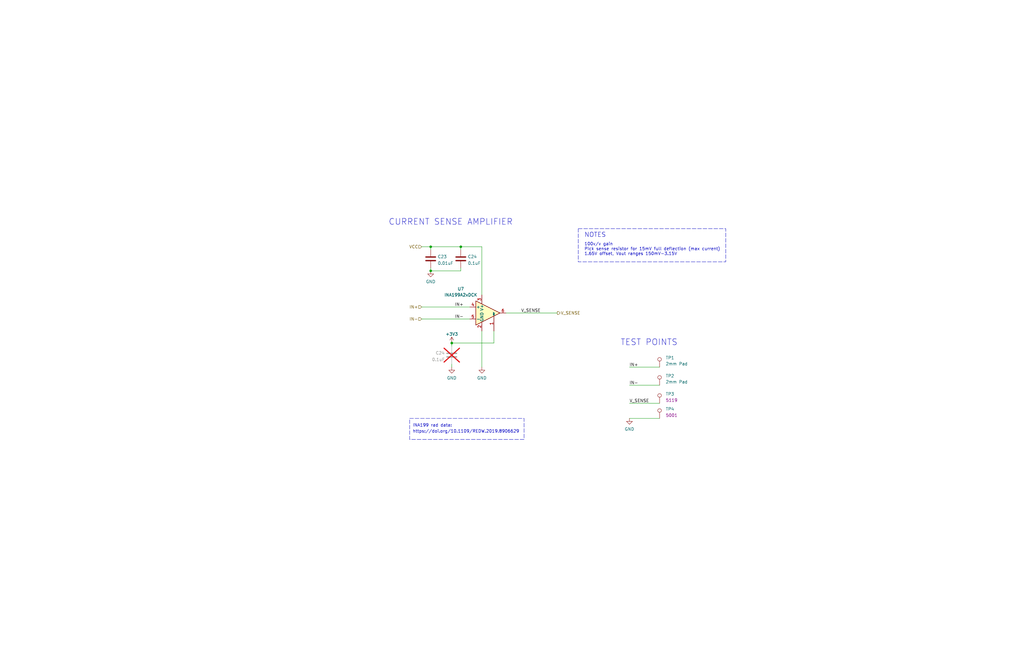
<source format=kicad_sch>
(kicad_sch (version 20230121) (generator eeschema)
  (paper "B")
  (title_block (title "Current Sense Amplifier") (date "2023-06-23") (rev "A") (comment 1 "CH") (comment 2 "CH"))
  (lib_symbols
    (symbol "Amplifier_Current:INA199xxDCK" (pin_names (offset 0.127))
      (property "Reference" "U" (at 3.81 3.81 0))
      (property "Value" "INA199xxDCK" (at 3.81 -2.54 0))
      (symbol "INA199xxDCK_0_1"
        (polyline (pts (xy 5.08 0) (xy -5.08 5.08) (xy -5.08 -5.08) (xy 5.08 0)) (stroke (width 0.254)) (fill (type background)))
      )
      (symbol "INA199xxDCK_1_1"
        (pin input line (at 2.54 -7.62 90) (length 6.35) (name "REF") (number "1"))
        (pin power_in line (at -2.54 -7.62 90) (length 3.81) (name "GND") (number "2"))
        (pin power_in line (at -2.54 7.62 270) (length 3.81) (name "V+") (number "3"))
        (pin input line (at -7.62 2.54 0) (length 2.54) (name "+") (number "4"))
        (pin input line (at -7.62 -2.54 0) (length 2.54) (name "-") (number "5"))
        (pin output line (at 7.62 0 180) (length 2.54) (name "~") (number "6"))
      )
    )
    (symbol "Connector:TestPoint" (pin_numbers hide) (pin_names (offset 0.762) hide)
      (property "Reference" "TP" (at 0 6.858 0))
      (property "Value" "TestPoint" (at 0 5.08 0))
      (symbol "TestPoint_0_1"
        (circle (center 0 3.302) (radius 0.762))
      )
      (symbol "TestPoint_1_1"
        (pin passive line (at 0 0 90) (length 2.54) (name "1") (number "1"))
      )
    )
    (symbol "Device:C" (pin_numbers hide) (pin_names (offset 0.254))
      (property "Reference" "C" (at 0.635 2.54 0))
      (property "Value" "C" (at 0.635 -2.54 0))
      (symbol "C_0_1"
        (polyline (pts (xy -2.032 -0.762) (xy 2.032 -0.762)) (stroke (width 0.508)))
        (polyline (pts (xy -2.032 0.762) (xy 2.032 0.762)) (stroke (width 0.508)))
      )
      (symbol "C_1_1"
        (pin passive line (at 0 3.81 270) (length 2.794) (name "~") (number "1"))
        (pin passive line (at 0 -3.81 90) (length 2.794) (name "~") (number "2"))
      )
    )
    (symbol "SierraLobo:+1V65A" (power) (pin_names (offset 0))
      (property "Value" "+1V65A" (at 0 3.556 0))
      (symbol "+1V65A_0_1"
        (polyline (pts (xy -0.762 1.27) (xy 0 2.54)))
        (polyline (pts (xy 0 0) (xy 0 2.54)))
        (polyline (pts (xy 0 2.54) (xy 0.762 1.27)))
      )
      (symbol "+1V65A_1_1"
        (pin power_in line (at 0 0 90) (length 0) hide (name "+3V3") (number "1"))
      )
    )
    (symbol "power:GND" (power) (pin_names (offset 0))
      (property "Value" "GND" (at 0 -3.81 0))
      (symbol "GND_0_1"
        (polyline (pts (xy 0 0) (xy 0 -1.27) (xy 1.27 -1.27) (xy 0 -2.54) (xy -1.27 -1.27) (xy 0 -1.27)))
      )
      (symbol "GND_1_1"
        (pin power_in line (at 0 0 270) (length 0) hide (name "GND") (number "1"))
      )
    )
  )
  (junction (at 190.5 144.78))
  (junction (at 194.31 104.14))
  (junction (at 181.61 104.14))
  (junction (at 181.61 114.3))
  (wire (pts (xy 203.2 104.14) (xy 194.31 104.14)))
  (wire (pts (xy 213.36 132.08) (xy 234.95 132.08)))
  (wire (pts (xy 265.43 154.94) (xy 278.13 154.94)))
  (wire (pts (xy 181.61 114.3) (xy 194.31 114.3)))
  (wire (pts (xy 177.8 104.14) (xy 181.61 104.14)))
  (wire (pts (xy 181.61 104.14) (xy 194.31 104.14)))
  (wire (pts (xy 190.5 144.78) (xy 190.5 146.05)))
  (wire (pts (xy 181.61 104.14) (xy 181.61 105.41)))
  (wire (pts (xy 177.8 134.62) (xy 198.12 134.62)))
  (wire (pts (xy 203.2 139.7) (xy 203.2 154.94)))
  (wire (pts (xy 181.61 114.3) (xy 181.61 113.03)))
  (wire (pts (xy 265.43 162.56) (xy 278.13 162.56)))
  (wire (pts (xy 194.31 105.41) (xy 194.31 104.14)))
  (wire (pts (xy 265.43 170.18) (xy 278.13 170.18)))
  (wire (pts (xy 190.5 153.67) (xy 190.5 154.94)))
  (wire (pts (xy 208.28 144.78) (xy 190.5 144.78)))
  (wire (pts (xy 177.8 129.54) (xy 198.12 129.54)))
  (wire (pts (xy 194.31 113.03) (xy 194.31 114.3)))
  (wire (pts (xy 208.28 139.7) (xy 208.28 144.78)))
  (wire (pts (xy 203.2 104.14) (xy 203.2 124.46)))
  (wire (pts (xy 265.43 176.53) (xy 278.13 176.53)))
  (rectangle (start 172.72 176.53) (end 220.98 185.42) (stroke (width 0) (type dash)))
  (rectangle (start 243.84 96.52) (end 306.07 110.49) (stroke (width 0) (type dash)))
  (text "CURRENT SENSE AMPLIFIER" (at 163.83 95.25 0) (effects (font (size 2.54 2.54)) (justify left bottom)))
  (text "https://doi.org/10.1109/REDW.2019.8906629" (at 173.99 182.88 0) (effects (font (size 1.27 1.27)) (justify left bottom)))
  (text "INA199 rad data:" (at 173.99 180.34 0) (effects (font (size 1.27 1.27)) (justify left bottom)))
  (text "NOTES" (at 246.38 100.33 0) (effects (font (size 1.905 1.905)) (justify left bottom)))
  (text "100v/v gain\nPick sense resistor for 15mV full deflection (max current)\n1.65V offset, Vout ranges 150mV-3.15V" (at 246.38 107.95 0) (effects (font (size 1.27 1.27)) (justify left bottom)))
  (text "TEST POINTS" (at 261.62 146.05 0) (effects (font (size 2.54 2.54)) (justify left bottom)))
  (label "IN-" (at 265.43 162.56 0))
  (label "V_SENSE" (at 265.43 170.18 0))
  (label "IN+" (at 191.77 129.54 0))
  (label "V_SENSE" (at 219.71 132.08 0))
  (label "IN+" (at 265.43 154.94 0))
  (label "IN-" (at 191.77 134.62 0))
  (hierarchical_label "IN+" (shape input) (at 177.8 129.54 180))
  (hierarchical_label "V_SENSE" (shape output) (at 234.95 132.08 0))
  (hierarchical_label "VCC" (shape input) (at 177.8 104.14 180))
  (hierarchical_label "IN-" (shape input) (at 177.8 134.62 180))
  (symbol (lib_id "power:GND") (at 265.43 176.53 0) (unit 1)
    (property "Reference" "#PWR035" (effects hide))
    (property "Value" "GND" (at 265.43 181.0925 0))
    (instances (project "magnetotorqer-drive-board" (path "" (reference "#PWR035") (unit 1)) (path "" (reference "#PWR0104") (unit 1)) (path "" (reference "#PWR040") (unit 1)) (path "" (reference "#PWR0116") (unit 1))) (project "payload-interface-board" (path "" (reference "#PWR053") (unit 1)) (path "" (reference "#PWR071") (unit 1)) (path "" (reference "#PWR063") (unit 1))))
  )
  (symbol (lib_id "Amplifier_Current:INA199xxDCK") (at 205.74 132.08 0) (unit 1)
    (property "Reference" "U7" (at 194.31 121.92 0))
    (property "Value" "INA199A2xDCK" (at 194.31 124.46 0))
    (property "Footprint" "Package_TO_SOT_SMD:SOT-363_SC-70-6" (effects hide))
    (property "Datasheet" "http://www.ti.com/lit/ds/symlink/ina199.pdf" (effects hide))
    (instances (project "magnetotorqer-drive-board" (path "" (reference "U7") (unit 1)) (path "" (reference "U20") (unit 1)) (path "" (reference "U7") (unit 1)) (path "" (reference "U11") (unit 1))) (project "payload-interface-board" (path "" (reference "U9") (unit 1)) (path "" (reference "U15") (unit 1)) (path "" (reference "U12") (unit 1))))
  )
  (symbol (lib_id "Device:C") (at 190.5 149.86 0) (mirror y) (unit 1) (dnp yes)
    (property "Reference" "C24" (at 187.579 148.9515 0) (effects (justify left)))
    (property "Value" "0.1uF" (at 187.579 151.7266 0) (effects (justify left)))
    (property "Footprint" "Capacitor_SMD:C_0402_1005Metric" (effects hide))
    (property "Description" "CAP CER 0.1UF 50V X7R 0402" (effects hide))
    (property "Manufacturer" "TDK" (effects hide))
    (property "Mfr. Part No" "CGA2B3X7R1H104K050BE" (effects hide))
    (instances (project "magnetotorqer-drive-board" (path "" (reference "C24") (unit 1)) (path "" (reference "C84") (unit 1)) (path "" (reference "C24") (unit 1)) (path "" (reference "C87") (unit 1))) (project "payload-interface-board" (path "" (reference "C17") (unit 1)) (path "" (reference "C29") (unit 1)) (path "" (reference "C24") (unit 1))))
  )
  (symbol (lib_id "Connector:TestPoint") (at 278.13 154.94 0) (unit 1) (in_bom no)
    (property "Reference" "TP1" (at 280.67 151.003 0) (effects (justify left)))
    (property "Value" "2mm Pad" (at 280.67 153.543 0) (effects (justify left)))
    (property "Footprint" "TestPoint:TestPoint_Pad_D2.0mm" (effects hide))
    (instances (project "magnetotorqer-drive-board" (path "" (reference "TP1") (unit 1)) (path "" (reference "TP5") (unit 1)) (path "" (reference "TP17") (unit 1))))
  )
  (symbol (lib_id "SierraLobo:+1V65A") (at 190.5 144.78 0) (unit 1)
    (property "Reference" "#PWR084" (effects hide))
    (property "Value" "+1V65A" (at 190.5 140.97 0))
    (instances (project "magnetotorqer-drive-board" (path "" (reference "#PWR084") (unit 1)) (path "" (reference "#PWR034") (unit 1)) (path "" (reference "#PWR0113") (unit 1))))
  )
  (symbol (lib_id "Connector:TestPoint") (at 278.13 176.53 0) (unit 1)
    (property "Reference" "TP4" (at 280.67 172.593 0) (effects (justify left)))
    (property "Value" "${NET_NAME(1)}" (effects hide))
    (property "Footprint" "TestPoint:TestPoint_Keystone_5000-5004_Miniature" (effects hide))
    (property "Datasheet" "https://www.keyelco.com/userAssets/file/M65p56.pdf" (effects hide))
    (property "Manufacturer" "Keystone" (effects hide))
    (property "Mfr. Part No" "5001" (at 283.21 175.26 0))
    (property "Description" "PC TEST POINT MINIATURE BLACK" (effects hide))
    (instances (project "magnetotorqer-drive-board" (path "" (reference "TP4") (unit 1)) (path "" (reference "TP8") (unit 1)) (path "" (reference "TP20") (unit 1))))
  )
  (symbol (lib_id "power:GND") (at 203.2 154.94 0) (unit 1)
    (property "Reference" "#PWR035" (effects hide))
    (property "Value" "GND" (at 203.2 159.5025 0))
    (instances (project "magnetotorqer-drive-board" (path "" (reference "#PWR035") (unit 1)) (path "" (reference "#PWR0103") (unit 1)) (path "" (reference "#PWR039") (unit 1)) (path "" (reference "#PWR0115") (unit 1))) (project "payload-interface-board" (path "" (reference "#PWR053") (unit 1)) (path "" (reference "#PWR071") (unit 1)) (path "" (reference "#PWR063") (unit 1))))
  )
  (symbol (lib_id "power:GND") (at 181.61 114.3 0) (unit 1)
    (property "Reference" "#PWR034" (effects hide))
    (property "Value" "GND" (at 181.61 118.8625 0))
    (instances (project "magnetotorqer-drive-board" (path "" (reference "#PWR034") (unit 1)) (path "" (reference "#PWR080") (unit 1)) (path "" (reference "#PWR033") (unit 1)) (path "" (reference "#PWR0112") (unit 1))) (project "payload-interface-board" (path "" (reference "#PWR052") (unit 1)) (path "" (reference "#PWR070") (unit 1)) (path "" (reference "#PWR062") (unit 1))))
  )
  (symbol (lib_id "Connector:TestPoint") (at 278.13 162.56 0) (unit 1) (in_bom no)
    (property "Reference" "TP2" (at 280.67 158.623 0) (effects (justify left)))
    (property "Value" "2mm Pad" (at 280.67 161.163 0) (effects (justify left)))
    (property "Footprint" "TestPoint:TestPoint_Pad_D2.0mm" (effects hide))
    (instances (project "magnetotorqer-drive-board" (path "" (reference "TP2") (unit 1)) (path "" (reference "TP6") (unit 1)) (path "" (reference "TP18") (unit 1))))
  )
  (symbol (lib_id "Device:C") (at 181.61 109.22 0) (unit 1)
    (property "Reference" "C23" (at 184.531 108.3115 0) (effects (justify left)))
    (property "Value" "0.01uF" (at 184.531 111.0866 0) (effects (justify left)))
    (property "Footprint" "Capacitor_SMD:C_0402_1005Metric" (effects hide))
    (instances (project "magnetotorqer-drive-board" (path "" (reference "C23") (unit 1)) (path "" (reference "C58") (unit 1)) (path "" (reference "C22") (unit 1)) (path "" (reference "C85") (unit 1))) (project "payload-interface-board" (path "" (reference "C16") (unit 1)) (path "" (reference "C28") (unit 1)) (path "" (reference "C23") (unit 1))))
  )
  (symbol (lib_id "Connector:TestPoint") (at 278.13 170.18 0) (unit 1)
    (property "Reference" "TP3" (at 280.67 166.243 0) (effects (justify left)))
    (property "Value" "${NET_NAME(1)}" (effects hide))
    (property "Footprint" "TestPoint:TestPoint_Keystone_5000-5004_Miniature" (effects hide))
    (property "Datasheet" "https://www.keyelco.com/userAssets/file/M65p56.pdf" (effects hide))
    (property "Manufacturer" "Keystone" (effects hide))
    (property "Mfr. Part No" "5119" (at 283.21 168.91 0))
    (property "Description" "PC TEST POINT MINIATURE PURPLE" (effects hide))
    (instances (project "magnetotorqer-drive-board" (path "" (reference "TP3") (unit 1)) (path "" (reference "TP7") (unit 1)) (path "" (reference "TP19") (unit 1))))
  )
  (symbol (lib_id "power:GND") (at 190.5 154.94 0) (unit 1)
    (property "Reference" "#PWR035" (effects hide))
    (property "Value" "GND" (at 190.5 159.5025 0))
    (instances (project "magnetotorqer-drive-board" (path "" (reference "#PWR035") (unit 1)) (path "" (reference "#PWR085") (unit 1)) (path "" (reference "#PWR035") (unit 1)) (path "" (reference "#PWR0114") (unit 1))) (project "payload-interface-board" (path "" (reference "#PWR053") (unit 1)) (path "" (reference "#PWR071") (unit 1)) (path "" (reference "#PWR063") (unit 1))))
  )
  (symbol (lib_id "Device:C") (at 194.31 109.22 0) (unit 1)
    (property "Reference" "C24" (at 197.231 108.3115 0) (effects (justify left)))
    (property "Value" "0.1uF" (at 197.231 111.0866 0) (effects (justify left)))
    (property "Footprint" "Capacitor_SMD:C_0402_1005Metric" (effects hide))
    (property "Description" "CAP CER 0.1UF 50V X7R 0402" (effects hide))
    (property "Manufacturer" "TDK" (effects hide))
    (property "Mfr. Part No" "CGA2B3X7R1H104K050BE" (effects hide))
    (instances (project "magnetotorqer-drive-board" (path "" (reference "C24") (unit 1)) (path "" (reference "C59") (unit 1)) (path "" (reference "C23") (unit 1)) (path "" (reference "C86") (unit 1))) (project "payload-interface-board" (path "" (reference "C17") (unit 1)) (path "" (reference "C29") (unit 1)) (path "" (reference "C24") (unit 1))))
  )
)
</source>
